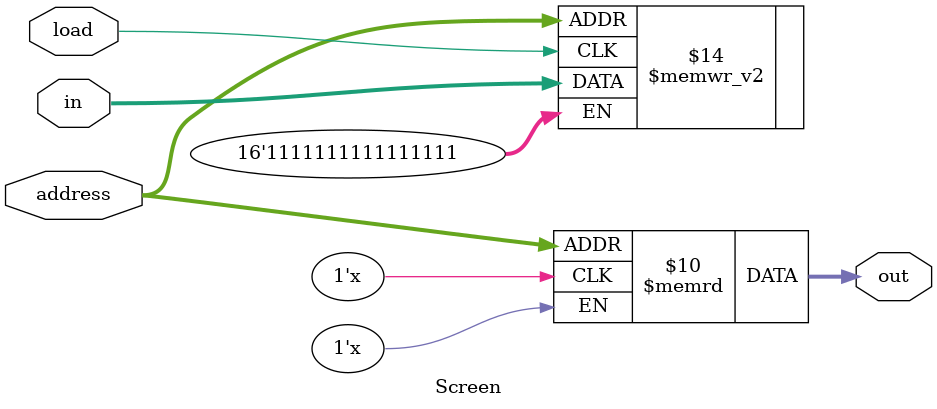
<source format=v>
module Screen (
    input [15:0] in,           // Input data
    input load,                // Load signal
    input [12:0] address,      // Address input for screen memory
    output reg [15:0] out      // Output data
);
    reg [15:0] memory [0:8191]; // Screen memory (8K words)

    // Handle load operation
    always @(posedge load) begin
        if (load) begin
            memory[address] <= in; // Load data into screen memory
        end
    end

    // Handle read operation
    always @(*) begin
        out = memory[address]; // Output the value from screen memory
    end
endmodule

</source>
